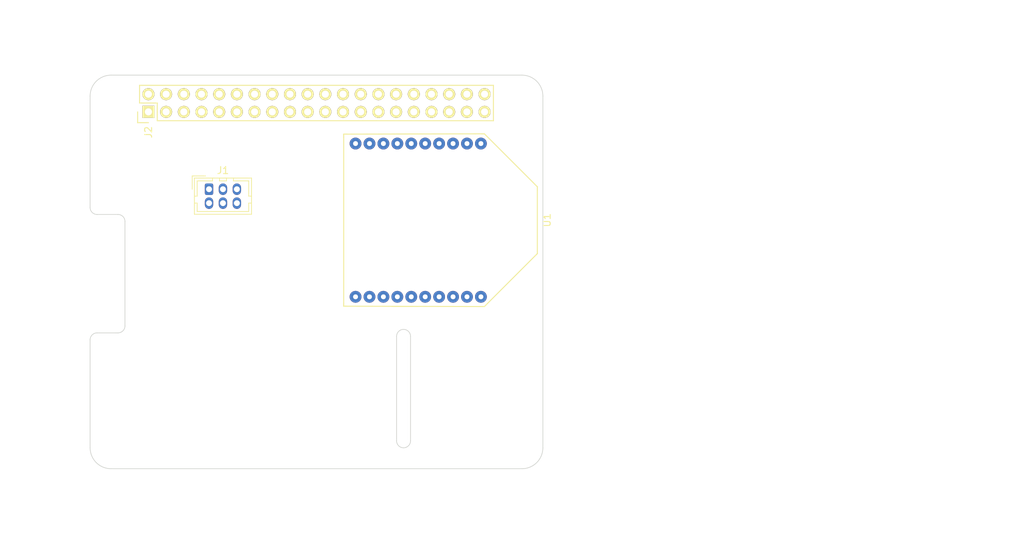
<source format=kicad_pcb>
(kicad_pcb (version 20211014) (generator pcbnew)
  (layers (0 "F.Cu" signal) (31 "B.Cu" signal) (34 "B.Paste" user) (35 "F.Paste" user) (36 "B.SilkS" user "B.Silkscreen") (37 "F.SilkS" user "F.Silkscreen") (38 "B.Mask" user) (39 "F.Mask" user) (44 "Edge.Cuts" user))
  (net 0 "")
  (net 1 "can_H")
  (net 2 "can_L")
  (net 6 "5VRPI")
  (net 8 "cmd_relais")
  (net 10 "GND")
  (net 14 "3V3")
  (net 41 "/RPi_GPIO/BCM14_TXD")
  (net 42 "/RPi_GPIO/BCM15_RXD")
  (footprint "RPi_Hat:RPi_Hat_Mounting_Hole" (layer "F.Cu") (at 121.71 41.6)
    (fp_text reference "" hide)
    (fp_text value "" hide)
    (pad "" np_thru_hole circle locked (at 0 0) (size 2.75 2.75) (drill 2.75) (layers *.Cu *.Mask) (clearance 1.725))
  )
  (footprint "RPi_Hat:RPi_Hat_Mounting_Hole" (layer "F.Cu") (at 63.71 41.6)
    (fp_text reference "" hide)
    (fp_text value "" hide)
    (pad "" np_thru_hole circle locked (at 0 0) (size 2.75 2.75) (drill 2.75) (layers *.Cu *.Mask) (clearance 1.725))
  )
  (footprint "RPi_Hat:RPi_Hat_Mounting_Hole" (layer "F.Cu") (at 63.71 90.6)
    (fp_text reference "" hide)
    (fp_text value "" hide)
    (pad "" np_thru_hole circle locked (at 0 0) (size 2.75 2.75) (drill 2.75) (layers *.Cu *.Mask) (clearance 1.725))
  )
  (footprint "RPi_Hat:RPi_Hat_Mounting_Hole" (layer "F.Cu") (at 121.71 90.6)
    (fp_text reference "" hide)
    (fp_text value "" hide)
    (pad "" np_thru_hole circle locked (at 0 0) (size 2.75 2.75) (drill 2.75) (layers *.Cu *.Mask) (clearance 1.725))
  )
  (footprint "RPi_Hat:Pin_Header_Straight_2x20" (layer "F.Cu") (at 92.71 41.6 90)
    (fp_text reference "J2" (at -4.191 -24.13 270) (layer "F.SilkS"))
    (fp_text value "RPi_GPIO")
    (fp_line (start -2.82 -25.68) (end -2.82 -24.13) (layer "F.SilkS") (width 0.15))
    (fp_line (start -2.54 -22.86) (end -2.54 25.4) (layer "F.SilkS") (width 0.15))
    (fp_line (start 2.54 -25.4) (end 0 -25.4) (layer "F.SilkS") (width 0.15))
    (fp_line (start 0 -22.86) (end -2.54 -22.86) (layer "F.SilkS") (width 0.15))
    (fp_line (start 0 -25.4) (end 0 -22.86) (layer "F.SilkS") (width 0.15))
    (fp_line (start 2.54 25.4) (end -2.54 25.4) (layer "F.SilkS") (width 0.15))
    (fp_line (start -1.27 -25.68) (end -2.82 -25.68) (layer "F.SilkS") (width 0.15))
    (fp_line (start 2.54 25.4) (end 2.54 -25.4) (layer "F.SilkS") (width 0.15))
    (pad "1" thru_hole rect locked (at -1.27 -24.13 90) (size 1.7272 1.7272) (drill 1.016) (layers *.Cu *.Mask "F.SilkS") (net 14 "3V3"))
    (pad "2" thru_hole oval locked (at 1.27 -24.13 90) (size 1.7272 1.7272) (drill 1.016) (layers *.Cu *.Mask "F.SilkS") (net 6 "5VRPI"))
    (pad "3" thru_hole oval locked (at -1.27 -21.59 90) (size 1.7272 1.7272) (drill 1.016) (layers *.Cu *.Mask "F.SilkS"))
    (pad "4" thru_hole oval locked (at 1.27 -21.59 90) (size 1.7272 1.7272) (drill 1.016) (layers *.Cu *.Mask "F.SilkS") (net 6 "5VRPI"))
    (pad "5" thru_hole oval locked (at -1.27 -19.05 90) (size 1.7272 1.7272) (drill 1.016) (layers *.Cu *.Mask "F.SilkS"))
    (pad "6" thru_hole oval locked (at 1.27 -19.05 90) (size 1.7272 1.7272) (drill 1.016) (layers *.Cu *.Mask "F.SilkS") (net 10 "GND"))
    (pad "7" thru_hole oval locked (at -1.27 -16.51 90) (size 1.7272 1.7272) (drill 1.016) (layers *.Cu *.Mask "F.SilkS"))
    (pad "8" thru_hole oval locked (at 1.27 -16.51 90) (size 1.7272 1.7272) (drill 1.016) (layers *.Cu *.Mask "F.SilkS") (net 41 "/RPi_GPIO/BCM14_TXD"))
    (pad "9" thru_hole oval locked (at -1.27 -13.97 90) (size 1.7272 1.7272) (drill 1.016) (layers *.Cu *.Mask "F.SilkS"))
    (pad "10" thru_hole oval locked (at 1.27 -13.97 90) (size 1.7272 1.7272) (drill 1.016) (layers *.Cu *.Mask "F.SilkS") (net 42 "/RPi_GPIO/BCM15_RXD"))
    (pad "11" thru_hole oval locked (at -1.27 -11.43 90) (size 1.7272 1.7272) (drill 1.016) (layers *.Cu *.Mask "F.SilkS"))
    (pad "12" thru_hole oval locked (at 1.27 -11.43 90) (size 1.7272 1.7272) (drill 1.016) (layers *.Cu *.Mask "F.SilkS"))
    (pad "13" thru_hole oval locked (at -1.27 -8.89 90) (size 1.7272 1.7272) (drill 1.016) (layers *.Cu *.Mask "F.SilkS"))
    (pad "14" thru_hole oval locked (at 1.27 -8.89 90) (size 1.7272 1.7272) (drill 1.016) (layers *.Cu *.Mask "F.SilkS") (net 10 "GND"))
    (pad "15" thru_hole oval locked (at -1.27 -6.35 90) (size 1.7272 1.7272) (drill 1.016) (layers *.Cu *.Mask "F.SilkS"))
    (pad "16" thru_hole oval locked (at 1.27 -6.35 90) (size 1.7272 1.7272) (drill 1.016) (layers *.Cu *.Mask "F.SilkS"))
    (pad "17" thru_hole oval locked (at -1.27 -3.81 90) (size 1.7272 1.7272) (drill 1.016) (layers *.Cu *.Mask "F.SilkS"))
    (pad "18" thru_hole oval locked (at 1.27 -3.81 90) (size 1.7272 1.7272) (drill 1.016) (layers *.Cu *.Mask "F.SilkS"))
    (pad "19" thru_hole oval locked (at -1.27 -1.27 90) (size 1.7272 1.7272) (drill 1.016) (layers *.Cu *.Mask "F.SilkS"))
    (pad "20" thru_hole oval locked (at 1.27 -1.27 90) (size 1.7272 1.7272) (drill 1.016) (layers *.Cu *.Mask "F.SilkS"))
    (pad "21" thru_hole oval locked (at -1.27 1.27 90) (size 1.7272 1.7272) (drill 1.016) (layers *.Cu *.Mask "F.SilkS"))
    (pad "22" thru_hole oval locked (at 1.27 1.27 90) (size 1.7272 1.7272) (drill 1.016) (layers *.Cu *.Mask "F.SilkS"))
    (pad "23" thru_hole oval locked (at -1.27 3.81 90) (size 1.7272 1.7272) (drill 1.016) (layers *.Cu *.Mask "F.SilkS"))
    (pad "24" thru_hole oval locked (at 1.27 3.81 90) (size 1.7272 1.7272) (drill 1.016) (layers *.Cu *.Mask "F.SilkS"))
    (pad "25" thru_hole oval locked (at -1.27 6.35 90) (size 1.7272 1.7272) (drill 1.016) (layers *.Cu *.Mask "F.SilkS"))
    (pad "26" thru_hole oval locked (at 1.27 6.35 90) (size 1.7272 1.7272) (drill 1.016) (layers *.Cu *.Mask "F.SilkS"))
    (pad "27" thru_hole oval locked (at -1.27 8.89 90) (size 1.7272 1.7272) (drill 1.016) (layers *.Cu *.Mask "F.SilkS"))
    (pad "28" thru_hole oval locked (at 1.27 8.89 90) (size 1.7272 1.7272) (drill 1.016) (layers *.Cu *.Mask "F.SilkS"))
    (pad "29" thru_hole oval locked (at -1.27 11.43 90) (size 1.7272 1.7272) (drill 1.016) (layers *.Cu *.Mask "F.SilkS"))
    (pad "30" thru_hole oval locked (at 1.27 11.43 90) (size 1.7272 1.7272) (drill 1.016) (layers *.Cu *.Mask "F.SilkS"))
    (pad "31" thru_hole oval locked (at -1.27 13.97 90) (size 1.7272 1.7272) (drill 1.016) (layers *.Cu *.Mask "F.SilkS"))
    (pad "32" thru_hole oval locked (at 1.27 13.97 90) (size 1.7272 1.7272) (drill 1.016) (layers *.Cu *.Mask "F.SilkS"))
    (pad "33" thru_hole oval locked (at -1.27 16.51 90) (size 1.7272 1.7272) (drill 1.016) (layers *.Cu *.Mask "F.SilkS"))
    (pad "34" thru_hole oval locked (at 1.27 16.51 90) (size 1.7272 1.7272) (drill 1.016) (layers *.Cu *.Mask "F.SilkS"))
    (pad "35" thru_hole oval locked (at -1.27 19.05 90) (size 1.7272 1.7272) (drill 1.016) (layers *.Cu *.Mask "F.SilkS"))
    (pad "36" thru_hole oval locked (at 1.27 19.05 90) (size 1.7272 1.7272) (drill 1.016) (layers *.Cu *.Mask "F.SilkS"))
    (pad "37" thru_hole oval locked (at -1.27 21.59 90) (size 1.7272 1.7272) (drill 1.016) (layers *.Cu *.Mask "F.SilkS"))
    (pad "38" thru_hole oval locked (at 1.27 21.59 90) (size 1.7272 1.7272) (drill 1.016) (layers *.Cu *.Mask "F.SilkS"))
    (pad "39" thru_hole oval locked (at -1.27 24.13 90) (size 1.7272 1.7272) (drill 1.016) (layers *.Cu *.Mask "F.SilkS"))
    (pad "40" thru_hole oval locked (at 1.27 24.13 90) (size 1.7272 1.7272) (drill 1.016) (layers *.Cu *.Mask "F.SilkS"))
  )
  (footprint "Connector_Hirose:Hirose_DF11-6DP-2DSA_2x03_P2.00mm_Vertical" (layer "F.Cu") (at 77.28 53.975)
    (fp_text reference "J1" (at 2 -2.7) (layer "F.SilkS"))
    (fp_text value "Conn_02x03_Odd_Even")
    (fp_line (start 5.7 2) (end 6.1 2) (layer "F.SilkS") (width 0.12))
    (fp_line (start 1.5 -1.6) (end 1.5 -1.2) (layer "F.SilkS") (width 0.12))
    (fp_line (start -1.7 -1.2) (end 0.5 -1.2) (layer "F.SilkS") (width 0.12))
    (fp_line (start -2.41 -1.91) (end -0.5 -1.91) (layer "F.SilkS") (width 0.12))
    (fp_line (start -2.1 1) (end -1.7 1) (layer "F.SilkS") (width 0.12))
    (fp_line (start -1.7 3.2) (end 5.7 3.2) (layer "F.SilkS") (width 0.12))
    (fp_line (start -2.41 0) (end -2.41 -1.91) (layer "F.SilkS") (width 0.12))
    (fp_line (start 2.5 -1.2) (end 2.5 -1.6) (layer "F.SilkS") (width 0.12))
    (fp_line (start 6.1 3.6) (end 6.1 -1.6) (layer "F.SilkS") (width 0.12))
    (fp_line (start 6.1 -1.6) (end -2.1 -1.6) (layer "F.SilkS") (width 0.12))
    (fp_line (start -1.7 2) (end -1.7 3.2) (layer "F.SilkS") (width 0.12))
    (fp_line (start -2.1 3.6) (end 6.1 3.6) (layer "F.SilkS") (width 0.12))
    (fp_line (start 0.5 -1.2) (end 0.5 -1.6) (layer "F.SilkS") (width 0.12))
    (fp_line (start 5.7 -1.2) (end 3.5 -1.2) (layer "F.SilkS") (width 0.12))
    (fp_line (start -1.7 1) (end -1.7 -1.2) (layer "F.SilkS") (width 0.12))
    (fp_line (start 5.7 1) (end 5.7 -1.2) (layer "F.SilkS") (width 0.12))
    (fp_line (start 6.1 1) (end 5.7 1) (layer "F.SilkS") (width 0.12))
    (fp_line (start 3.5 -1.2) (end 3.5 -1.6) (layer "F.SilkS") (width 0.12))
    (fp_line (start -2.1 2) (end -1.7 2) (layer "F.SilkS") (width 0.12))
    (fp_line (start 5.7 3.2) (end 5.7 2) (layer "F.SilkS") (width 0.12))
    (fp_line (start -2.1 -1.6) (end -2.1 3.6) (layer "F.SilkS") (width 0.12))
    (fp_line (start 1.5 -1.2) (end 2.5 -1.2) (layer "F.SilkS") (width 0.12))
    (pad "1" thru_hole roundrect locked (at 0 0) (size 1.2 1.65) (drill 0.85) (layers *.Cu *.Mask) (roundrect_rratio 0.208333) (net 1 "can_H"))
    (pad "2" thru_hole oval locked (at 0 2) (size 1.2 1.65) (drill 0.85) (layers *.Cu *.Mask) (net 6 "5VRPI"))
    (pad "3" thru_hole oval locked (at 2 0) (size 1.2 1.65) (drill 0.85) (layers *.Cu *.Mask) (net 2 "can_L"))
    (pad "4" thru_hole oval locked (at 2 2) (size 1.2 1.65) (drill 0.85) (layers *.Cu *.Mask) (net 8 "cmd_relais"))
    (pad "5" thru_hole oval locked (at 4 0) (size 1.2 1.65) (drill 0.85) (layers *.Cu *.Mask))
    (pad "6" thru_hole oval locked (at 4 2) (size 1.2 1.65) (drill 0.85) (layers *.Cu *.Mask) (net 10 "GND"))
  )
  (footprint "Autre:XBEE-20_THT" (layer "F.Cu") (at 107.315 58.42 -90)
    (fp_text reference "U1" (at 0 -18.49 -90) (layer "F.SilkS"))
    (fp_text value "XBee")
    (fp_line (start 12.35 10.7) (end 12.35 10.2) (layer "F.SilkS") (width 0.1))
    (fp_line (start 12.35 10.7) (end 11.85 10.7) (layer "F.SilkS") (width 0.1))
    (fp_line (start 12.4 -9.5) (end 12 -9.9) (layer "F.SilkS") (width 0.1))
    (fp_line (start -12.4 -9.5) (end -12 -9.9) (layer "F.SilkS") (width 0.1))
    (fp_line (start -4.8 -17.1) (end -5.2 -16.7) (layer "F.SilkS") (width 0.1))
    (fp_line (start -12.35 10.7) (end -11.85 10.7) (layer "F.SilkS") (width 0.1))
    (fp_line (start -4.8 -17.1) (end -4.3 -17.1) (layer "F.SilkS") (width 0.1))
    (fp_line (start 4.8 -17.1) (end 4.3 -17.1) (layer "F.SilkS") (width 0.1))
    (fp_line (start 12.4 0) (end 12.4 3.8) (layer "F.SilkS") (width 0.1))
    (fp_line (start -12.35 10.7) (end -12.35 10.2) (layer "F.SilkS") (width 0.1))
    (fp_line (start -12.4 -9.5) (end -12.4 -9) (layer "F.SilkS") (width 0.1))
    (fp_line (start -12.4 0) (end -12.4 3.8) (layer "F.SilkS") (width 0.1))
    (fp_line (start 12.4 -9.5) (end 12.4 -9) (layer "F.SilkS") (width 0.1))
    (fp_line (start 4.8 -17.1) (end 5.2 -16.7) (layer "F.SilkS") (width 0.1))
    (pad "1" thru_hole circle (at -11 -9 270) (size 1.7 1.7) (drill 0.7) (layers *.Cu *.Mask) (net 14 "3V3"))
    (pad "2" thru_hole circle (at -11 -7 270) (size 1.7 1.7) (drill 0.7) (layers *.Cu *.Mask) (net 41 "/RPi_GPIO/BCM14_TXD"))
    (pad "3" thru_hole circle (at -11 -5 270) (size 1.7 1.7) (drill 0.7) (layers *.Cu *.Mask) (net 42 "/RPi_GPIO/BCM15_RXD"))
    (pad "4" thru_hole circle (at -11 -3 270) (size 1.7 1.7) (drill 0.7) (layers *.Cu *.Mask))
    (pad "5" thru_hole circle (at -11 -1 270) (size 1.7 1.7) (drill 0.7) (layers *.Cu *.Mask))
    (pad "6" thru_hole circle (at -11 1 270) (size 1.7 1.7) (drill 0.7) (layers *.Cu *.Mask))
    (pad "7" thru_hole circle (at -11 3 270) (size 1.7 1.7) (drill 0.7) (layers *.Cu *.Mask))
    (pad "8" thru_hole circle (at -11 5 270) (size 1.7 1.7) (drill 0.7) (layers *.Cu *.Mask))
    (pad "9" thru_hole circle (at -11 7 270) (size 1.7 1.7) (drill 0.7) (layers *.Cu *.Mask))
    (pad "10" thru_hole circle (at -11 9 270) (size 1.7 1.7) (drill 0.7) (layers *.Cu *.Mask) (net 10 "GND"))
    (pad "11" thru_hole circle (at 11 9 270) (size 1.7 1.7) (drill 0.7) (layers *.Cu *.Mask))
    (pad "12" thru_hole circle (at 11 7 270) (size 1.7 1.7) (drill 0.7) (layers *.Cu *.Mask))
    (pad "13" thru_hole circle (at 11 5 270) (size 1.7 1.7) (drill 0.7) (layers *.Cu *.Mask))
    (pad "14" thru_hole circle (at 11 3 270) (size 1.7 1.7) (drill 0.7) (layers *.Cu *.Mask))
    (pad "15" thru_hole circle (at 11 1 270) (size 1.7 1.7) (drill 0.7) (layers *.Cu *.Mask))
    (pad "16" thru_hole circle (at 11 -1 270) (size 1.7 1.7) (drill 0.7) (layers *.Cu *.Mask))
    (pad "17" thru_hole circle (at 11 -3 270) (size 1.7 1.7) (drill 0.7) (layers *.Cu *.Mask))
    (pad "18" thru_hole circle (at 11 -5 270) (size 1.7 1.7) (drill 0.7) (layers *.Cu *.Mask))
    (pad "19" thru_hole circle (at 11 -7 270) (size 1.7 1.7) (drill 0.7) (layers *.Cu *.Mask))
    (pad "20" thru_hole circle (at 11 -9 270) (size 1.7 1.7) (drill 0.7) (layers *.Cu *.Mask))
  )
  (gr_line (start 96.615 46.07) (end 96.615 70.77) (layer "F.SilkS") (width 0.15))
  (gr_line (start 96.615 70.77) (end 116.815 70.82) (layer "F.SilkS") (width 0.15))
  (gr_line (start 116.815 46.02) (end 96.615 46.07) (layer "F.SilkS") (width 0.15))
  (gr_line (start 116.815 70.82) (end 124.415 63.22) (layer "F.SilkS") (width 0.15))
  (gr_line (start 124.415 53.62) (end 116.815 46.02) (layer "F.SilkS") (width 0.15))
  (gr_line (start 124.415 63.22) (end 124.415 53.62) (layer "F.SilkS") (width 0.15))
  (gr_arc locked (start 122.21 37.6) (mid 124.33132 38.47868) (end 125.21 40.6) (layer "Edge.Cuts") (width 0.1))
  (gr_arc locked (start 60.21 40.6) (mid 61.08868 38.47868) (end 63.21 37.6) (layer "Edge.Cuts") (width 0.1))
  (gr_arc locked (start 63.21 94.1) (mid 61.08868 93.22132) (end 60.21 91.1) (layer "Edge.Cuts") (width 0.1))
  (gr_arc locked (start 125.21 91.1) (mid 124.33132 93.22132) (end 122.21 94.1) (layer "Edge.Cuts") (width 0.1))
  (gr_arc locked (start 61.21 57.6) (mid 60.502893 57.307107) (end 60.21 56.6) (layer "Edge.Cuts") (width 0.1))
  (gr_arc locked (start 64.21 57.6) (mid 64.917107 57.892893) (end 65.21 58.6) (layer "Edge.Cuts") (width 0.1))
  (gr_arc locked (start 65.21 73.6) (mid 64.917107 74.307107) (end 64.21 74.6) (layer "Edge.Cuts") (width 0.1))
  (gr_arc locked (start 60.21 75.6) (mid 60.502893 74.892893) (end 61.21 74.6) (layer "Edge.Cuts") (width 0.1))
  (gr_line locked (start 106.21 75.1) (end 106.21 90.1) (layer "Edge.Cuts") (width 0.1))
  (gr_arc locked (start 106.21 90.1) (mid 105.21 91.1) (end 104.21 90.1) (layer "Edge.Cuts") (width 0.1))
  (gr_line locked (start 125.21 40.6) (end 125.21 91.1) (layer "Edge.Cuts") (width 0.1))
  (gr_line locked (start 63.21 37.6) (end 122.21 37.6) (layer "Edge.Cuts") (width 0.1))
  (gr_line locked (start 60.21 40.6) (end 60.21 56.6) (layer "Edge.Cuts") (width 0.1))
  (gr_line locked (start 65.21 58.6) (end 65.21 73.6) (layer "Edge.Cuts") (width 0.1))
  (gr_line locked (start 104.21 75.1) (end 104.21 90.1) (layer "Edge.Cuts") (width 0.1))
  (gr_arc locked (start 104.21 75.1) (mid 105.21 74.1) (end 106.21 75.1) (layer "Edge.Cuts") (width 0.1))
  (gr_line locked (start 61.21 57.6) (end 64.21 57.6) (layer "Edge.Cuts") (width 0.1))
  (gr_line locked (start 60.21 75.6) (end 60.21 91.1) (layer "Edge.Cuts") (width 0.1))
  (gr_line locked (start 61.21 74.6) (end 64.21 74.6) (layer "Edge.Cuts") (width 0.1))
  (gr_line locked (start 63.21 94.1) (end 122.21 94.1) (layer "Edge.Cuts") (width 0.1))
)
</source>
